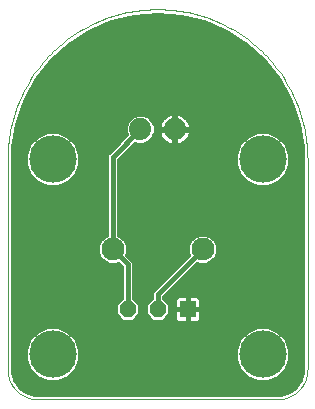
<source format=gbl>
G75*
%MOIN*%
%OFA0B0*%
%FSLAX25Y25*%
%IPPOS*%
%LPD*%
%AMOC8*
5,1,8,0,0,1.08239X$1,22.5*
%
%ADD10C,0.07400*%
%ADD11OC8,0.05600*%
%ADD12R,0.05600X0.05600*%
%ADD13C,0.00000*%
%ADD14C,0.15811*%
%ADD15C,0.07600*%
%ADD16C,0.01600*%
D10*
X0051100Y0114006D03*
X0062500Y0114006D03*
D11*
X0056800Y0054006D03*
X0046800Y0054006D03*
D12*
X0066800Y0054006D03*
D13*
X0096800Y0024006D02*
X0016800Y0024006D01*
X0016558Y0024009D01*
X0016317Y0024018D01*
X0016076Y0024032D01*
X0015835Y0024053D01*
X0015595Y0024079D01*
X0015355Y0024111D01*
X0015116Y0024149D01*
X0014879Y0024192D01*
X0014642Y0024242D01*
X0014407Y0024297D01*
X0014173Y0024357D01*
X0013941Y0024424D01*
X0013710Y0024495D01*
X0013481Y0024573D01*
X0013254Y0024656D01*
X0013029Y0024744D01*
X0012806Y0024838D01*
X0012586Y0024937D01*
X0012368Y0025042D01*
X0012153Y0025151D01*
X0011940Y0025266D01*
X0011730Y0025386D01*
X0011524Y0025511D01*
X0011320Y0025641D01*
X0011119Y0025776D01*
X0010922Y0025916D01*
X0010728Y0026060D01*
X0010538Y0026209D01*
X0010352Y0026363D01*
X0010169Y0026521D01*
X0009990Y0026683D01*
X0009815Y0026850D01*
X0009644Y0027021D01*
X0009477Y0027196D01*
X0009315Y0027375D01*
X0009157Y0027558D01*
X0009003Y0027744D01*
X0008854Y0027934D01*
X0008710Y0028128D01*
X0008570Y0028325D01*
X0008435Y0028526D01*
X0008305Y0028730D01*
X0008180Y0028936D01*
X0008060Y0029146D01*
X0007945Y0029359D01*
X0007836Y0029574D01*
X0007731Y0029792D01*
X0007632Y0030012D01*
X0007538Y0030235D01*
X0007450Y0030460D01*
X0007367Y0030687D01*
X0007289Y0030916D01*
X0007218Y0031147D01*
X0007151Y0031379D01*
X0007091Y0031613D01*
X0007036Y0031848D01*
X0006986Y0032085D01*
X0006943Y0032322D01*
X0006905Y0032561D01*
X0006873Y0032801D01*
X0006847Y0033041D01*
X0006826Y0033282D01*
X0006812Y0033523D01*
X0006803Y0033764D01*
X0006800Y0034006D01*
X0006800Y0104006D01*
X0006815Y0105224D01*
X0006859Y0106440D01*
X0006933Y0107656D01*
X0007037Y0108869D01*
X0007170Y0110079D01*
X0007333Y0111286D01*
X0007525Y0112488D01*
X0007746Y0113686D01*
X0007996Y0114878D01*
X0008275Y0116063D01*
X0008583Y0117241D01*
X0008920Y0118411D01*
X0009285Y0119573D01*
X0009678Y0120725D01*
X0010099Y0121868D01*
X0010548Y0122999D01*
X0011024Y0124120D01*
X0011528Y0125229D01*
X0012058Y0126325D01*
X0012615Y0127408D01*
X0013198Y0128477D01*
X0013806Y0129531D01*
X0014441Y0130571D01*
X0015100Y0131594D01*
X0015784Y0132602D01*
X0016493Y0133592D01*
X0017225Y0134565D01*
X0017981Y0135519D01*
X0018760Y0136455D01*
X0019561Y0137372D01*
X0020385Y0138269D01*
X0021230Y0139145D01*
X0022096Y0140001D01*
X0022983Y0140836D01*
X0023890Y0141648D01*
X0024816Y0142438D01*
X0025762Y0143206D01*
X0026725Y0143950D01*
X0027707Y0144670D01*
X0028706Y0145367D01*
X0029721Y0146039D01*
X0030753Y0146686D01*
X0031800Y0147307D01*
X0032862Y0147903D01*
X0033938Y0148473D01*
X0035027Y0149017D01*
X0036130Y0149533D01*
X0037245Y0150023D01*
X0038371Y0150486D01*
X0039508Y0150921D01*
X0040656Y0151328D01*
X0041813Y0151707D01*
X0042979Y0152058D01*
X0044153Y0152380D01*
X0045335Y0152674D01*
X0046524Y0152939D01*
X0047718Y0153174D01*
X0048918Y0153381D01*
X0050123Y0153558D01*
X0051331Y0153706D01*
X0052543Y0153824D01*
X0053758Y0153913D01*
X0054974Y0153973D01*
X0056191Y0154002D01*
X0057409Y0154002D01*
X0058626Y0153973D01*
X0059842Y0153913D01*
X0061057Y0153824D01*
X0062269Y0153706D01*
X0063477Y0153558D01*
X0064682Y0153381D01*
X0065882Y0153174D01*
X0067076Y0152939D01*
X0068265Y0152674D01*
X0069447Y0152380D01*
X0070621Y0152058D01*
X0071787Y0151707D01*
X0072944Y0151328D01*
X0074092Y0150921D01*
X0075229Y0150486D01*
X0076355Y0150023D01*
X0077470Y0149533D01*
X0078573Y0149017D01*
X0079662Y0148473D01*
X0080738Y0147903D01*
X0081800Y0147307D01*
X0082847Y0146686D01*
X0083879Y0146039D01*
X0084894Y0145367D01*
X0085893Y0144670D01*
X0086875Y0143950D01*
X0087838Y0143206D01*
X0088784Y0142438D01*
X0089710Y0141648D01*
X0090617Y0140836D01*
X0091504Y0140001D01*
X0092370Y0139145D01*
X0093215Y0138269D01*
X0094039Y0137372D01*
X0094840Y0136455D01*
X0095619Y0135519D01*
X0096375Y0134565D01*
X0097107Y0133592D01*
X0097816Y0132602D01*
X0098500Y0131594D01*
X0099159Y0130571D01*
X0099794Y0129531D01*
X0100402Y0128477D01*
X0100985Y0127408D01*
X0101542Y0126325D01*
X0102072Y0125229D01*
X0102576Y0124120D01*
X0103052Y0122999D01*
X0103501Y0121868D01*
X0103922Y0120725D01*
X0104315Y0119573D01*
X0104680Y0118411D01*
X0105017Y0117241D01*
X0105325Y0116063D01*
X0105604Y0114878D01*
X0105854Y0113686D01*
X0106075Y0112488D01*
X0106267Y0111286D01*
X0106430Y0110079D01*
X0106563Y0108869D01*
X0106667Y0107656D01*
X0106741Y0106440D01*
X0106785Y0105224D01*
X0106800Y0104006D01*
X0106800Y0034006D01*
X0106797Y0033764D01*
X0106788Y0033523D01*
X0106774Y0033282D01*
X0106753Y0033041D01*
X0106727Y0032801D01*
X0106695Y0032561D01*
X0106657Y0032322D01*
X0106614Y0032085D01*
X0106564Y0031848D01*
X0106509Y0031613D01*
X0106449Y0031379D01*
X0106382Y0031147D01*
X0106311Y0030916D01*
X0106233Y0030687D01*
X0106150Y0030460D01*
X0106062Y0030235D01*
X0105968Y0030012D01*
X0105869Y0029792D01*
X0105764Y0029574D01*
X0105655Y0029359D01*
X0105540Y0029146D01*
X0105420Y0028936D01*
X0105295Y0028730D01*
X0105165Y0028526D01*
X0105030Y0028325D01*
X0104890Y0028128D01*
X0104746Y0027934D01*
X0104597Y0027744D01*
X0104443Y0027558D01*
X0104285Y0027375D01*
X0104123Y0027196D01*
X0103956Y0027021D01*
X0103785Y0026850D01*
X0103610Y0026683D01*
X0103431Y0026521D01*
X0103248Y0026363D01*
X0103062Y0026209D01*
X0102872Y0026060D01*
X0102678Y0025916D01*
X0102481Y0025776D01*
X0102280Y0025641D01*
X0102076Y0025511D01*
X0101870Y0025386D01*
X0101660Y0025266D01*
X0101447Y0025151D01*
X0101232Y0025042D01*
X0101014Y0024937D01*
X0100794Y0024838D01*
X0100571Y0024744D01*
X0100346Y0024656D01*
X0100119Y0024573D01*
X0099890Y0024495D01*
X0099659Y0024424D01*
X0099427Y0024357D01*
X0099193Y0024297D01*
X0098958Y0024242D01*
X0098721Y0024192D01*
X0098484Y0024149D01*
X0098245Y0024111D01*
X0098005Y0024079D01*
X0097765Y0024053D01*
X0097524Y0024032D01*
X0097283Y0024018D01*
X0097042Y0024009D01*
X0096800Y0024006D01*
D14*
X0091800Y0039006D03*
X0091800Y0104006D03*
X0021800Y0104006D03*
X0021800Y0039006D03*
D15*
X0041800Y0074006D03*
X0071800Y0074006D03*
D16*
X0056800Y0059006D01*
X0056800Y0054006D01*
X0059914Y0051181D02*
X0062200Y0051181D01*
X0062200Y0050969D02*
X0062323Y0050511D01*
X0062560Y0050101D01*
X0062895Y0049766D01*
X0063305Y0049529D01*
X0063763Y0049406D01*
X0066800Y0049406D01*
X0069837Y0049406D01*
X0070295Y0049529D01*
X0070705Y0049766D01*
X0071040Y0050101D01*
X0071277Y0050511D01*
X0071400Y0050969D01*
X0071400Y0054006D01*
X0071400Y0057043D01*
X0071277Y0057501D01*
X0071040Y0057911D01*
X0070705Y0058246D01*
X0070295Y0058483D01*
X0069837Y0058606D01*
X0066800Y0058606D01*
X0066800Y0054006D01*
X0066800Y0054006D01*
X0066800Y0058606D01*
X0063763Y0058606D01*
X0063305Y0058483D01*
X0062895Y0058246D01*
X0062560Y0057911D01*
X0062323Y0057501D01*
X0062200Y0057043D01*
X0062200Y0054006D01*
X0066800Y0054006D01*
X0071400Y0054006D01*
X0066800Y0054006D01*
X0066800Y0054006D01*
X0066800Y0054006D01*
X0062200Y0054006D01*
X0062200Y0050969D01*
X0063213Y0049582D02*
X0008600Y0049582D01*
X0008600Y0047984D02*
X0019158Y0047984D01*
X0019949Y0048311D02*
X0016529Y0046895D01*
X0013911Y0044277D01*
X0012494Y0040857D01*
X0012494Y0037155D01*
X0013911Y0033735D01*
X0016529Y0031117D01*
X0019949Y0029700D01*
X0023651Y0029700D01*
X0027071Y0031117D01*
X0029689Y0033735D01*
X0031105Y0037155D01*
X0031105Y0040857D01*
X0029689Y0044277D01*
X0027071Y0046895D01*
X0023651Y0048311D01*
X0019949Y0048311D01*
X0016019Y0046385D02*
X0008600Y0046385D01*
X0008600Y0044787D02*
X0014421Y0044787D01*
X0013460Y0043188D02*
X0008600Y0043188D01*
X0008600Y0041590D02*
X0012798Y0041590D01*
X0012494Y0039991D02*
X0008600Y0039991D01*
X0008600Y0038393D02*
X0012494Y0038393D01*
X0012644Y0036794D02*
X0008600Y0036794D01*
X0008600Y0035195D02*
X0013306Y0035195D01*
X0014049Y0033597D02*
X0008632Y0033597D01*
X0008600Y0034006D02*
X0008701Y0032723D01*
X0009494Y0030283D01*
X0011002Y0028208D01*
X0013077Y0026700D01*
X0015517Y0025907D01*
X0016800Y0025806D01*
X0096800Y0025806D01*
X0098083Y0025907D01*
X0100523Y0026700D01*
X0102598Y0028208D01*
X0104106Y0030283D01*
X0104899Y0032723D01*
X0105000Y0034006D01*
X0105000Y0104006D01*
X0104835Y0107986D01*
X0103525Y0115838D01*
X0100940Y0123368D01*
X0097151Y0130369D01*
X0092262Y0136651D01*
X0086405Y0142042D01*
X0079741Y0146397D01*
X0072451Y0149594D01*
X0064733Y0151549D01*
X0056800Y0152206D01*
X0048867Y0151549D01*
X0041149Y0149594D01*
X0033859Y0146397D01*
X0027195Y0142042D01*
X0021338Y0136651D01*
X0016449Y0130369D01*
X0012660Y0123368D01*
X0010075Y0115838D01*
X0008765Y0107986D01*
X0008600Y0104006D01*
X0008600Y0034006D01*
X0008936Y0031998D02*
X0015647Y0031998D01*
X0018260Y0030400D02*
X0009456Y0030400D01*
X0010570Y0028801D02*
X0103030Y0028801D01*
X0104144Y0030400D02*
X0095340Y0030400D01*
X0093651Y0029700D02*
X0097071Y0031117D01*
X0099689Y0033735D01*
X0101105Y0037155D01*
X0101105Y0040857D01*
X0099689Y0044277D01*
X0097071Y0046895D01*
X0093651Y0048311D01*
X0089949Y0048311D01*
X0086529Y0046895D01*
X0083911Y0044277D01*
X0082494Y0040857D01*
X0082494Y0037155D01*
X0083911Y0033735D01*
X0086529Y0031117D01*
X0089949Y0029700D01*
X0093651Y0029700D01*
X0097953Y0031998D02*
X0104664Y0031998D01*
X0104968Y0033597D02*
X0099551Y0033597D01*
X0100294Y0035195D02*
X0105000Y0035195D01*
X0105000Y0036794D02*
X0100956Y0036794D01*
X0101105Y0038393D02*
X0105000Y0038393D01*
X0105000Y0039991D02*
X0101105Y0039991D01*
X0100802Y0041590D02*
X0105000Y0041590D01*
X0105000Y0043188D02*
X0100140Y0043188D01*
X0099179Y0044787D02*
X0105000Y0044787D01*
X0105000Y0046385D02*
X0097581Y0046385D01*
X0094442Y0047984D02*
X0105000Y0047984D01*
X0105000Y0049582D02*
X0070387Y0049582D01*
X0071400Y0051181D02*
X0105000Y0051181D01*
X0105000Y0052779D02*
X0071400Y0052779D01*
X0071400Y0054378D02*
X0105000Y0054378D01*
X0105000Y0055976D02*
X0071400Y0055976D01*
X0071235Y0057575D02*
X0105000Y0057575D01*
X0105000Y0059173D02*
X0060079Y0059173D01*
X0059000Y0058095D02*
X0059000Y0057746D01*
X0061000Y0055746D01*
X0061000Y0052266D01*
X0058540Y0049806D01*
X0055060Y0049806D01*
X0052600Y0052266D01*
X0052600Y0055746D01*
X0054600Y0057746D01*
X0054600Y0059917D01*
X0066909Y0072226D01*
X0066600Y0072972D01*
X0066600Y0075040D01*
X0067392Y0076951D01*
X0068854Y0078414D01*
X0070766Y0079206D01*
X0072834Y0079206D01*
X0074746Y0078414D01*
X0076208Y0076951D01*
X0077000Y0075040D01*
X0077000Y0072972D01*
X0076208Y0071060D01*
X0074746Y0069598D01*
X0072834Y0068806D01*
X0070766Y0068806D01*
X0070020Y0069115D01*
X0059000Y0058095D01*
X0059171Y0057575D02*
X0062365Y0057575D01*
X0062200Y0055976D02*
X0060769Y0055976D01*
X0061000Y0054378D02*
X0062200Y0054378D01*
X0062200Y0052779D02*
X0061000Y0052779D01*
X0066800Y0052779D02*
X0066800Y0052779D01*
X0066800Y0054006D02*
X0066800Y0049406D01*
X0066800Y0054006D01*
X0066800Y0054006D01*
X0066800Y0054378D02*
X0066800Y0054378D01*
X0066800Y0055976D02*
X0066800Y0055976D01*
X0066800Y0057575D02*
X0066800Y0057575D01*
X0063276Y0062370D02*
X0105000Y0062370D01*
X0105000Y0060772D02*
X0061677Y0060772D01*
X0058652Y0063969D02*
X0049000Y0063969D01*
X0049000Y0065567D02*
X0060250Y0065567D01*
X0061849Y0067166D02*
X0049000Y0067166D01*
X0049000Y0068764D02*
X0063447Y0068764D01*
X0065046Y0070363D02*
X0048554Y0070363D01*
X0049000Y0069917D02*
X0046691Y0072226D01*
X0047000Y0072972D01*
X0047000Y0075040D01*
X0046208Y0076951D01*
X0044746Y0078414D01*
X0044000Y0078723D01*
X0044000Y0103795D01*
X0049397Y0109191D01*
X0050086Y0108906D01*
X0052114Y0108906D01*
X0053989Y0109682D01*
X0055424Y0111117D01*
X0056200Y0112991D01*
X0056200Y0115020D01*
X0055424Y0116895D01*
X0053989Y0118329D01*
X0052114Y0119106D01*
X0050086Y0119106D01*
X0048211Y0118329D01*
X0046776Y0116895D01*
X0046000Y0115020D01*
X0046000Y0112991D01*
X0046285Y0112303D01*
X0040889Y0106906D01*
X0039600Y0105617D01*
X0039600Y0078723D01*
X0038854Y0078414D01*
X0037392Y0076951D01*
X0036600Y0075040D01*
X0036600Y0072972D01*
X0037392Y0071060D01*
X0038854Y0069598D01*
X0040766Y0068806D01*
X0042834Y0068806D01*
X0043580Y0069115D01*
X0044600Y0068095D01*
X0044600Y0057746D01*
X0042600Y0055746D01*
X0042600Y0052266D01*
X0045060Y0049806D01*
X0048540Y0049806D01*
X0051000Y0052266D01*
X0051000Y0055746D01*
X0049000Y0057746D01*
X0049000Y0069917D01*
X0046800Y0069006D02*
X0041800Y0074006D01*
X0041800Y0104706D01*
X0051100Y0114006D01*
X0046704Y0116720D02*
X0010377Y0116720D01*
X0009955Y0115121D02*
X0046042Y0115121D01*
X0046000Y0113523D02*
X0009688Y0113523D01*
X0009422Y0111924D02*
X0016600Y0111924D01*
X0016529Y0111895D02*
X0013911Y0109277D01*
X0012494Y0105857D01*
X0012494Y0102155D01*
X0013911Y0098735D01*
X0016529Y0096117D01*
X0019949Y0094700D01*
X0023651Y0094700D01*
X0027071Y0096117D01*
X0029689Y0098735D01*
X0031105Y0102155D01*
X0031105Y0105857D01*
X0029689Y0109277D01*
X0027071Y0111895D01*
X0023651Y0113311D01*
X0019949Y0113311D01*
X0016529Y0111895D01*
X0014960Y0110326D02*
X0009155Y0110326D01*
X0008888Y0108727D02*
X0013683Y0108727D01*
X0013021Y0107128D02*
X0008729Y0107128D01*
X0008663Y0105530D02*
X0012494Y0105530D01*
X0012494Y0103931D02*
X0008600Y0103931D01*
X0008600Y0102333D02*
X0012494Y0102333D01*
X0013083Y0100734D02*
X0008600Y0100734D01*
X0008600Y0099136D02*
X0013745Y0099136D01*
X0015109Y0097537D02*
X0008600Y0097537D01*
X0008600Y0095939D02*
X0016959Y0095939D01*
X0008600Y0094340D02*
X0039600Y0094340D01*
X0039600Y0092742D02*
X0008600Y0092742D01*
X0008600Y0091143D02*
X0039600Y0091143D01*
X0039600Y0089545D02*
X0008600Y0089545D01*
X0008600Y0087946D02*
X0039600Y0087946D01*
X0039600Y0086348D02*
X0008600Y0086348D01*
X0008600Y0084749D02*
X0039600Y0084749D01*
X0039600Y0083151D02*
X0008600Y0083151D01*
X0008600Y0081552D02*
X0039600Y0081552D01*
X0039600Y0079954D02*
X0008600Y0079954D01*
X0008600Y0078355D02*
X0038795Y0078355D01*
X0037311Y0076757D02*
X0008600Y0076757D01*
X0008600Y0075158D02*
X0036649Y0075158D01*
X0036600Y0073560D02*
X0008600Y0073560D01*
X0008600Y0071961D02*
X0037018Y0071961D01*
X0038089Y0070363D02*
X0008600Y0070363D01*
X0008600Y0068764D02*
X0043930Y0068764D01*
X0044600Y0067166D02*
X0008600Y0067166D01*
X0008600Y0065567D02*
X0044600Y0065567D01*
X0044600Y0063969D02*
X0008600Y0063969D01*
X0008600Y0062370D02*
X0044600Y0062370D01*
X0044600Y0060772D02*
X0008600Y0060772D01*
X0008600Y0059173D02*
X0044600Y0059173D01*
X0044429Y0057575D02*
X0008600Y0057575D01*
X0008600Y0055976D02*
X0042831Y0055976D01*
X0042600Y0054378D02*
X0008600Y0054378D01*
X0008600Y0052779D02*
X0042600Y0052779D01*
X0043686Y0051181D02*
X0008600Y0051181D01*
X0024442Y0047984D02*
X0089158Y0047984D01*
X0086019Y0046385D02*
X0027581Y0046385D01*
X0029179Y0044787D02*
X0084421Y0044787D01*
X0083460Y0043188D02*
X0030140Y0043188D01*
X0030802Y0041590D02*
X0082798Y0041590D01*
X0082494Y0039991D02*
X0031105Y0039991D01*
X0031105Y0038393D02*
X0082494Y0038393D01*
X0082644Y0036794D02*
X0030956Y0036794D01*
X0030294Y0035195D02*
X0083306Y0035195D01*
X0084049Y0033597D02*
X0029551Y0033597D01*
X0027953Y0031998D02*
X0085647Y0031998D01*
X0088260Y0030400D02*
X0025340Y0030400D01*
X0012385Y0027203D02*
X0101215Y0027203D01*
X0105000Y0063969D02*
X0064874Y0063969D01*
X0066473Y0065567D02*
X0105000Y0065567D01*
X0105000Y0067166D02*
X0068071Y0067166D01*
X0069670Y0068764D02*
X0105000Y0068764D01*
X0105000Y0070363D02*
X0075511Y0070363D01*
X0076581Y0071961D02*
X0105000Y0071961D01*
X0105000Y0073560D02*
X0077000Y0073560D01*
X0076951Y0075158D02*
X0105000Y0075158D01*
X0105000Y0076757D02*
X0076289Y0076757D01*
X0074805Y0078355D02*
X0105000Y0078355D01*
X0105000Y0079954D02*
X0044000Y0079954D01*
X0044000Y0081552D02*
X0105000Y0081552D01*
X0105000Y0083151D02*
X0044000Y0083151D01*
X0044000Y0084749D02*
X0105000Y0084749D01*
X0105000Y0086348D02*
X0044000Y0086348D01*
X0044000Y0087946D02*
X0105000Y0087946D01*
X0105000Y0089545D02*
X0044000Y0089545D01*
X0044000Y0091143D02*
X0105000Y0091143D01*
X0105000Y0092742D02*
X0044000Y0092742D01*
X0044000Y0094340D02*
X0105000Y0094340D01*
X0105000Y0095939D02*
X0096641Y0095939D01*
X0097071Y0096117D02*
X0099689Y0098735D01*
X0101105Y0102155D01*
X0101105Y0105857D01*
X0099689Y0109277D01*
X0097071Y0111895D01*
X0093651Y0113311D01*
X0089949Y0113311D01*
X0086529Y0111895D01*
X0083911Y0109277D01*
X0082494Y0105857D01*
X0082494Y0102155D01*
X0083911Y0098735D01*
X0086529Y0096117D01*
X0089949Y0094700D01*
X0093651Y0094700D01*
X0097071Y0096117D01*
X0098491Y0097537D02*
X0105000Y0097537D01*
X0105000Y0099136D02*
X0099855Y0099136D01*
X0100517Y0100734D02*
X0105000Y0100734D01*
X0105000Y0102333D02*
X0101105Y0102333D01*
X0101105Y0103931D02*
X0105000Y0103931D01*
X0104937Y0105530D02*
X0101105Y0105530D01*
X0100579Y0107128D02*
X0104871Y0107128D01*
X0104712Y0108727D02*
X0099917Y0108727D01*
X0098640Y0110326D02*
X0104445Y0110326D01*
X0104178Y0111924D02*
X0097000Y0111924D01*
X0103223Y0116720D02*
X0067290Y0116720D01*
X0067204Y0116889D02*
X0066695Y0117589D01*
X0066083Y0118201D01*
X0065383Y0118710D01*
X0064611Y0119103D01*
X0063788Y0119370D01*
X0062933Y0119506D01*
X0062700Y0119506D01*
X0062700Y0114206D01*
X0062300Y0114206D01*
X0062300Y0119506D01*
X0062067Y0119506D01*
X0061212Y0119370D01*
X0060389Y0119103D01*
X0059617Y0118710D01*
X0058917Y0118201D01*
X0058305Y0117589D01*
X0057796Y0116889D01*
X0057403Y0116117D01*
X0057135Y0115294D01*
X0057000Y0114439D01*
X0057000Y0114206D01*
X0062300Y0114206D01*
X0062300Y0113806D01*
X0057000Y0113806D01*
X0057000Y0113573D01*
X0057135Y0112718D01*
X0057403Y0111895D01*
X0057796Y0111123D01*
X0058305Y0110423D01*
X0058917Y0109811D01*
X0059617Y0109302D01*
X0060389Y0108909D01*
X0061212Y0108641D01*
X0062067Y0108506D01*
X0062300Y0108506D01*
X0062300Y0113806D01*
X0062700Y0113806D01*
X0062700Y0114206D01*
X0068000Y0114206D01*
X0068000Y0114439D01*
X0067865Y0115294D01*
X0067597Y0116117D01*
X0067204Y0116889D01*
X0067892Y0115121D02*
X0103645Y0115121D01*
X0103912Y0113523D02*
X0067992Y0113523D01*
X0068000Y0113573D02*
X0068000Y0113806D01*
X0062700Y0113806D01*
X0062700Y0108506D01*
X0062933Y0108506D01*
X0063788Y0108641D01*
X0064611Y0108909D01*
X0065383Y0109302D01*
X0066083Y0109811D01*
X0066695Y0110423D01*
X0067204Y0111123D01*
X0067597Y0111895D01*
X0067865Y0112718D01*
X0068000Y0113573D01*
X0067607Y0111924D02*
X0086600Y0111924D01*
X0084960Y0110326D02*
X0066598Y0110326D01*
X0064052Y0108727D02*
X0083683Y0108727D01*
X0083021Y0107128D02*
X0047334Y0107128D01*
X0045735Y0105530D02*
X0082494Y0105530D01*
X0082494Y0103931D02*
X0044137Y0103931D01*
X0044000Y0102333D02*
X0082494Y0102333D01*
X0083083Y0100734D02*
X0044000Y0100734D01*
X0044000Y0099136D02*
X0083745Y0099136D01*
X0085109Y0097537D02*
X0044000Y0097537D01*
X0044000Y0095939D02*
X0086959Y0095939D01*
X0102674Y0118318D02*
X0065922Y0118318D01*
X0062700Y0118318D02*
X0062300Y0118318D01*
X0062300Y0116720D02*
X0062700Y0116720D01*
X0062700Y0115121D02*
X0062300Y0115121D01*
X0062300Y0113523D02*
X0062700Y0113523D01*
X0062700Y0111924D02*
X0062300Y0111924D01*
X0062300Y0110326D02*
X0062700Y0110326D01*
X0062700Y0108727D02*
X0062300Y0108727D01*
X0060948Y0108727D02*
X0048932Y0108727D01*
X0045907Y0111924D02*
X0027000Y0111924D01*
X0028640Y0110326D02*
X0044308Y0110326D01*
X0042710Y0108727D02*
X0029917Y0108727D01*
X0030579Y0107128D02*
X0041111Y0107128D01*
X0039600Y0105530D02*
X0031105Y0105530D01*
X0031105Y0103931D02*
X0039600Y0103931D01*
X0039600Y0102333D02*
X0031105Y0102333D01*
X0030517Y0100734D02*
X0039600Y0100734D01*
X0039600Y0099136D02*
X0029855Y0099136D01*
X0028491Y0097537D02*
X0039600Y0097537D01*
X0039600Y0095939D02*
X0026641Y0095939D01*
X0010926Y0118318D02*
X0048200Y0118318D01*
X0054000Y0118318D02*
X0059078Y0118318D01*
X0057710Y0116720D02*
X0055496Y0116720D01*
X0056158Y0115121D02*
X0057108Y0115121D01*
X0057008Y0113523D02*
X0056200Y0113523D01*
X0055758Y0111924D02*
X0057393Y0111924D01*
X0058402Y0110326D02*
X0054632Y0110326D01*
X0044805Y0078355D02*
X0068795Y0078355D01*
X0067311Y0076757D02*
X0046289Y0076757D01*
X0046951Y0075158D02*
X0066649Y0075158D01*
X0066600Y0073560D02*
X0047000Y0073560D01*
X0046956Y0071961D02*
X0066644Y0071961D01*
X0057053Y0062370D02*
X0049000Y0062370D01*
X0049000Y0060772D02*
X0055454Y0060772D01*
X0054600Y0059173D02*
X0049000Y0059173D01*
X0049171Y0057575D02*
X0054429Y0057575D01*
X0052831Y0055976D02*
X0050769Y0055976D01*
X0051000Y0054378D02*
X0052600Y0054378D01*
X0052600Y0052779D02*
X0051000Y0052779D01*
X0049914Y0051181D02*
X0053686Y0051181D01*
X0046800Y0054006D02*
X0046800Y0069006D01*
X0066800Y0051181D02*
X0066800Y0051181D01*
X0066800Y0049582D02*
X0066800Y0049582D01*
X0102125Y0119917D02*
X0011475Y0119917D01*
X0012024Y0121515D02*
X0101576Y0121515D01*
X0101027Y0123114D02*
X0012573Y0123114D01*
X0013387Y0124712D02*
X0100213Y0124712D01*
X0099348Y0126311D02*
X0014252Y0126311D01*
X0015117Y0127909D02*
X0098483Y0127909D01*
X0097617Y0129508D02*
X0015983Y0129508D01*
X0017022Y0131106D02*
X0096578Y0131106D01*
X0095333Y0132705D02*
X0018267Y0132705D01*
X0019511Y0134303D02*
X0094089Y0134303D01*
X0092845Y0135902D02*
X0020755Y0135902D01*
X0022261Y0137500D02*
X0091339Y0137500D01*
X0089603Y0139099D02*
X0023997Y0139099D01*
X0025734Y0140697D02*
X0087866Y0140697D01*
X0086017Y0142296D02*
X0027583Y0142296D01*
X0030029Y0143894D02*
X0083571Y0143894D01*
X0081124Y0145493D02*
X0032476Y0145493D01*
X0035443Y0147091D02*
X0078157Y0147091D01*
X0074513Y0148690D02*
X0039087Y0148690D01*
X0043890Y0150288D02*
X0069710Y0150288D01*
X0060651Y0151887D02*
X0052949Y0151887D01*
M02*

</source>
